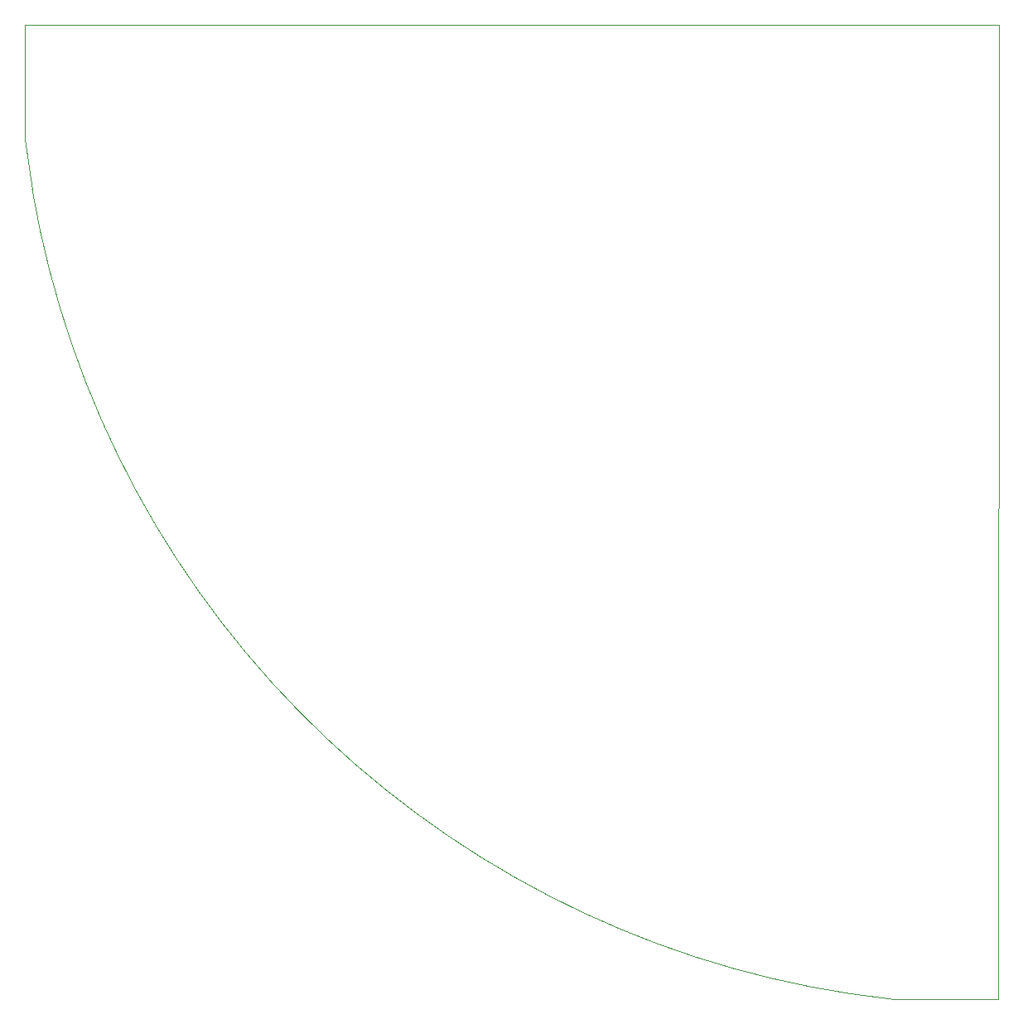
<source format=gm1>
G04 #@! TF.GenerationSoftware,KiCad,Pcbnew,7.0.1*
G04 #@! TF.CreationDate,2023-10-11T18:56:37-05:00*
G04 #@! TF.ProjectId,Audio_Board,41756469-6f5f-4426-9f61-72642e6b6963,1*
G04 #@! TF.SameCoordinates,Original*
G04 #@! TF.FileFunction,Profile,NP*
%FSLAX46Y46*%
G04 Gerber Fmt 4.6, Leading zero omitted, Abs format (unit mm)*
G04 Created by KiCad (PCBNEW 7.0.1) date 2023-10-11 18:56:37*
%MOMM*%
%LPD*%
G01*
G04 APERTURE LIST*
G04 #@! TA.AperFunction,Profile*
%ADD10C,0.100000*%
G04 #@! TD*
G04 APERTURE END LIST*
D10*
X160232047Y-20000000D02*
X259767954Y-20000000D01*
X259767954Y-20000000D02*
X259733954Y-119568000D01*
X248811953Y-119567998D02*
X248811953Y-119567998D01*
X160983506Y-36815956D02*
X160244366Y-31689727D01*
X160983512Y-36815955D02*
G75*
G03*
X248811953Y-119567997I98784138J16859875D01*
G01*
X160244366Y-31689727D02*
X160232047Y-20000000D01*
X259733954Y-119568000D02*
X248811953Y-119567998D01*
M02*

</source>
